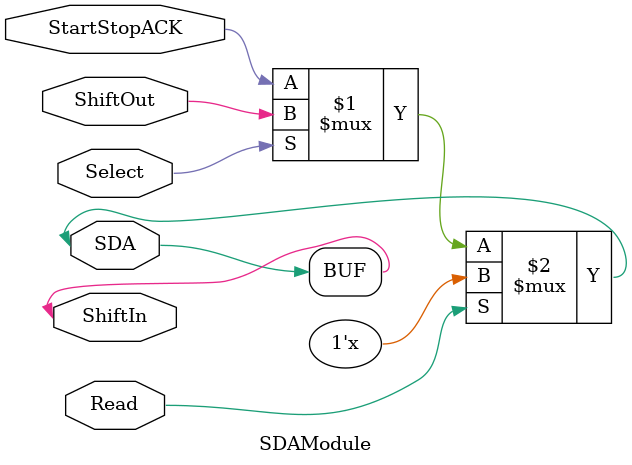
<source format=v>
`timescale 1ns / 1ps
module SDAModule(Read, Select, ShiftOut, StartStopACK, ShiftIn, SDA);
input Read, Select, ShiftOut, StartStopACK;
inout ShiftIn;
inout SDA;

parameter	HI_Z = 1'bZ;

assign SDA = Read ? HI_Z : (Select ? ShiftOut : StartStopACK);
assign ShiftIn = SDA;

endmodule

</source>
